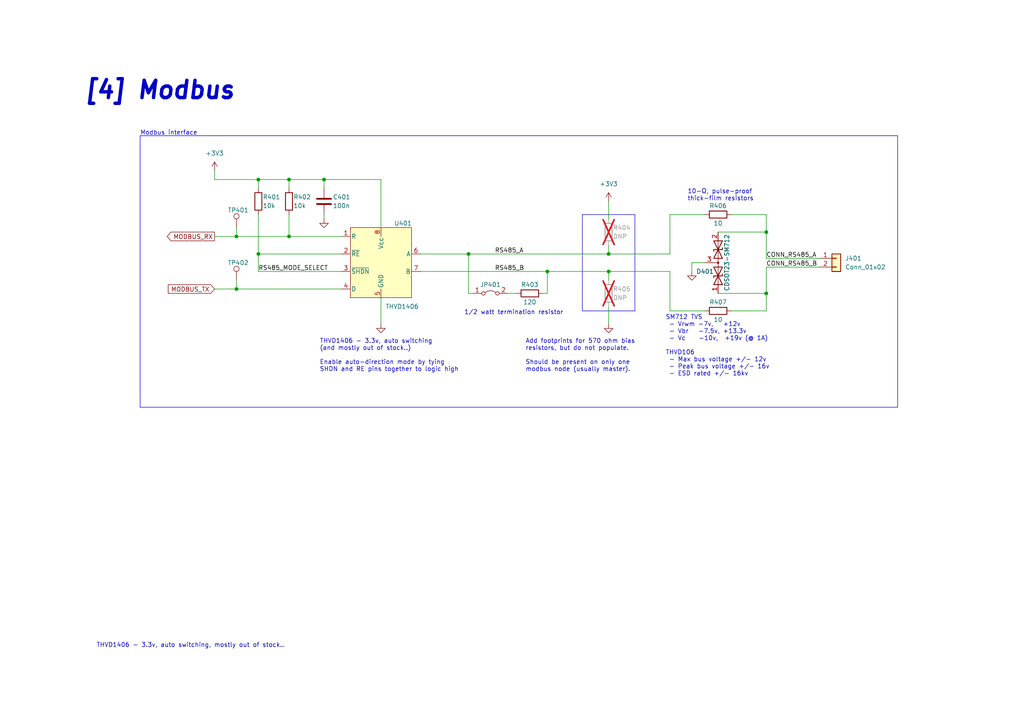
<source format=kicad_sch>
(kicad_sch (version 20230121) (generator eeschema)
  (paper "A4")
  (title_block (title "grblPANEL") (date "2022-12-12") (rev "0.1") (company "dresco"))
  (lib_symbols
    (symbol "Connector:TestPoint" (pin_numbers hide) (pin_names (offset 0.762) hide)
      (property "Reference" "TP" (at 0 6.858 0))
      (property "Value" "TestPoint" (at 0 5.08 0))
      (symbol "TestPoint_0_1"
        (circle (center 0 3.302) (radius 0.762))
      )
      (symbol "TestPoint_1_1"
        (pin passive line (at 0 0 90) (length 2.54) (name "1") (number "1"))
      )
    )
    (symbol "Connector_Generic:Conn_01x02" (pin_names (offset 1.016) hide)
      (property "Reference" "J" (at 0 2.54 0))
      (property "Value" "Conn_01x02" (at 0 -5.08 0))
      (symbol "Conn_01x02_1_1"
        (rectangle (start -1.27 -2.413) (end 0 -2.667) (stroke (width 0.1524)))
        (rectangle (start -1.27 0.127) (end 0 -0.127) (stroke (width 0.1524)))
        (rectangle (start -1.27 1.27) (end 1.27 -3.81) (stroke (width 0.254)) (fill (type background)))
        (pin passive line (at -5.08 0 0) (length 3.81) (name "Pin_1") (number "1"))
        (pin passive line (at -5.08 -2.54 0) (length 3.81) (name "Pin_2") (number "2"))
      )
    )
    (symbol "Device:C" (pin_numbers hide) (pin_names (offset 0.254))
      (property "Reference" "C" (at 0.635 2.54 0))
      (property "Value" "C" (at 0.635 -2.54 0))
      (symbol "C_0_1"
        (polyline (pts (xy -2.032 -0.762) (xy 2.032 -0.762)) (stroke (width 0.508)))
        (polyline (pts (xy -2.032 0.762) (xy 2.032 0.762)) (stroke (width 0.508)))
      )
      (symbol "C_1_1"
        (pin passive line (at 0 3.81 270) (length 2.794) (name "~") (number "1"))
        (pin passive line (at 0 -3.81 90) (length 2.794) (name "~") (number "2"))
      )
    )
    (symbol "Device:D_TVS_Dual_AAC" (pin_names (offset 1.016) hide)
      (property "Reference" "D" (at 0 4.445 0))
      (property "Value" "D_TVS_Dual_AAC" (at 0 2.54 0))
      (symbol "D_TVS_Dual_AAC_0_0"
        (polyline (pts (xy 0 -1.27) (xy 0 0)))
      )
      (symbol "D_TVS_Dual_AAC_0_1"
        (polyline (pts (xy -6.35 0) (xy 6.35 0)))
        (polyline (pts (xy -3.302 1.27) (xy -3.81 1.27) (xy -3.81 -1.27) (xy -4.318 -1.27)) (stroke (width 0.254)))
        (polyline (pts (xy 4.318 1.27) (xy 3.81 1.27) (xy 3.81 -1.27) (xy 3.302 -1.27)) (stroke (width 0.254)))
        (polyline (pts (xy -6.35 1.27) (xy -1.27 -1.27) (xy -1.27 1.27) (xy -6.35 -1.27) (xy -6.35 1.27)) (stroke (width 0.254)))
        (polyline (pts (xy 6.35 1.27) (xy 1.27 -1.27) (xy 1.27 1.27) (xy 6.35 -1.27) (xy 6.35 1.27)) (stroke (width 0.254)))
        (circle (center 0 0) (radius 0.254) (fill (type outline)))
      )
      (symbol "D_TVS_Dual_AAC_1_1"
        (pin passive line (at -8.89 0 0) (length 2.54) (name "A1") (number "1"))
        (pin passive line (at 8.89 0 180) (length 2.54) (name "A2") (number "2"))
        (pin input line (at 0 -3.81 90) (length 2.54) (name "common") (number "3"))
      )
    )
    (symbol "Device:R" (pin_numbers hide) (pin_names (offset 0))
      (property "Reference" "R" (at 2.032 0 90))
      (property "Value" "R" (at 0 0 90))
      (symbol "R_0_1"
        (rectangle (start -1.016 -2.54) (end 1.016 2.54) (stroke (width 0.254)))
      )
      (symbol "R_1_1"
        (pin passive line (at 0 3.81 270) (length 1.27) (name "~") (number "1"))
        (pin passive line (at 0 -3.81 90) (length 1.27) (name "~") (number "2"))
      )
    )
    (symbol "Jumper:Jumper_2_Bridged" (pin_names (offset 0) hide)
      (property "Reference" "JP" (at 0 1.905 0))
      (property "Value" "Jumper_2_Bridged" (at 0 -2.54 0))
      (symbol "Jumper_2_Bridged_0_0"
        (circle (center -2.032 0) (radius 0.508))
        (circle (center 2.032 0) (radius 0.508))
      )
      (symbol "Jumper_2_Bridged_0_1"
        (arc (start 1.524 0.254) (mid 0 0.762) (end -1.524 0.254))
      )
      (symbol "Jumper_2_Bridged_1_1"
        (pin passive line (at -5.08 0 0) (length 2.54) (name "A") (number "1"))
        (pin passive line (at 5.08 0 180) (length 2.54) (name "B") (number "2"))
      )
    )
    (symbol "dresco:THVD1406" (pin_names (offset 0.254))
      (property "Reference" "U" (at 7.62 11.43 0))
      (property "Value" "THVD1406" (at 6.35 -12.7 0))
      (symbol "THVD1406_0_1"
        (rectangle (start -8.89 10.16) (end 8.89 -10.16) (fill (type background)))
      )
      (symbol "THVD1406_1_1"
        (pin output line (at -11.43 7.62 0) (length 2.54) (name "R") (number "1"))
        (pin input line (at -11.43 2.54 0) (length 2.54) (name "~{RE}") (number "2"))
        (pin input line (at -11.43 -2.54 0) (length 2.54) (name "~{SHDN}") (number "3"))
        (pin input line (at -11.43 -7.62 0) (length 2.54) (name "D") (number "4"))
        (pin power_in line (at 0 -10.16 90) (length 2.54) (name "GND") (number "5"))
        (pin bidirectional line (at 11.43 2.54 180) (length 2.54) (name "A") (number "6"))
        (pin bidirectional line (at 11.43 -2.54 180) (length 2.54) (name "B") (number "7"))
        (pin power_in line (at 0 10.16 270) (length 2.54) (name "Vcc") (number "8"))
      )
    )
    (symbol "power:+3V3" (power) (pin_names (offset 0))
      (property "Value" "+3V3" (at 0 3.556 0))
      (symbol "+3V3_0_1"
        (polyline (pts (xy -0.762 1.27) (xy 0 2.54)))
        (polyline (pts (xy 0 0) (xy 0 2.54)))
        (polyline (pts (xy 0 2.54) (xy 0.762 1.27)))
      )
      (symbol "+3V3_1_1"
        (pin power_in line (at 0 0 90) (length 0) hide (name "+3V3") (number "1"))
      )
    )
    (symbol "power:GND" (power) (pin_names (offset 0))
      (property "Value" "GND" (at 0 -3.81 0))
      (symbol "GND_0_1"
        (polyline (pts (xy 0 0) (xy 0 -1.27) (xy 1.27 -1.27) (xy 0 -2.54) (xy -1.27 -1.27) (xy 0 -1.27)))
      )
      (symbol "GND_1_1"
        (pin power_in line (at 0 0 270) (length 0) hide (name "GND") (number "1"))
      )
    )
  )
  (junction (at 222.25 85.09))
  (junction (at 135.89 73.66))
  (junction (at 93.98 52.07))
  (junction (at 83.82 52.07))
  (junction (at 74.93 73.66))
  (junction (at 68.58 83.82))
  (junction (at 176.53 73.66))
  (junction (at 176.53 78.74))
  (junction (at 68.58 68.58))
  (junction (at 222.25 67.31))
  (junction (at 83.82 68.58))
  (junction (at 74.93 52.07))
  (junction (at 158.75 78.74))
  (wire (pts (xy 62.23 68.58) (xy 68.58 68.58)))
  (wire (pts (xy 222.25 90.17) (xy 212.09 90.17)))
  (polyline (pts (xy 260.35 39.37) (xy 260.35 118.11)))
  (wire (pts (xy 176.53 71.12) (xy 176.53 73.66)))
  (wire (pts (xy 222.25 74.93) (xy 222.25 67.31)))
  (wire (pts (xy 110.49 52.07) (xy 110.49 66.04)))
  (wire (pts (xy 222.25 62.23) (xy 212.09 62.23)))
  (wire (pts (xy 93.98 52.07) (xy 110.49 52.07)))
  (polyline (pts (xy 260.35 118.11) (xy 40.64 118.11)))
  (wire (pts (xy 93.98 54.61) (xy 93.98 52.07)))
  (wire (pts (xy 68.58 68.58) (xy 83.82 68.58)))
  (wire (pts (xy 74.93 73.66) (xy 99.06 73.66)))
  (wire (pts (xy 83.82 52.07) (xy 83.82 54.61)))
  (polyline (pts (xy 184.15 90.17) (xy 168.91 90.17)))
  (wire (pts (xy 74.93 73.66) (xy 74.93 78.74)))
  (wire (pts (xy 200.66 76.2) (xy 200.66 78.74)))
  (wire (pts (xy 93.98 62.23) (xy 93.98 63.5)))
  (wire (pts (xy 208.28 85.09) (xy 222.25 85.09)))
  (wire (pts (xy 222.25 77.47) (xy 222.25 85.09)))
  (wire (pts (xy 68.58 81.28) (xy 68.58 83.82)))
  (wire (pts (xy 74.93 78.74) (xy 99.06 78.74)))
  (wire (pts (xy 194.31 73.66) (xy 194.31 62.23)))
  (wire (pts (xy 204.47 90.17) (xy 194.31 90.17)))
  (wire (pts (xy 68.58 83.82) (xy 99.06 83.82)))
  (wire (pts (xy 222.25 77.47) (xy 237.49 77.47)))
  (wire (pts (xy 135.89 73.66) (xy 135.89 85.09)))
  (wire (pts (xy 74.93 62.23) (xy 74.93 73.66)))
  (wire (pts (xy 176.53 78.74) (xy 194.31 78.74)))
  (wire (pts (xy 135.89 85.09) (xy 137.16 85.09)))
  (wire (pts (xy 83.82 68.58) (xy 99.06 68.58)))
  (wire (pts (xy 74.93 52.07) (xy 83.82 52.07)))
  (wire (pts (xy 204.47 76.2) (xy 200.66 76.2)))
  (wire (pts (xy 83.82 52.07) (xy 93.98 52.07)))
  (wire (pts (xy 204.47 62.23) (xy 194.31 62.23)))
  (polyline (pts (xy 184.15 62.23) (xy 184.15 90.17)))
  (wire (pts (xy 157.48 85.09) (xy 158.75 85.09)))
  (wire (pts (xy 121.92 78.74) (xy 158.75 78.74)))
  (polyline (pts (xy 40.64 39.37) (xy 260.35 39.37)))
  (wire (pts (xy 121.92 73.66) (xy 135.89 73.66)))
  (wire (pts (xy 158.75 78.74) (xy 176.53 78.74)))
  (wire (pts (xy 176.53 73.66) (xy 194.31 73.66)))
  (wire (pts (xy 135.89 73.66) (xy 176.53 73.66)))
  (polyline (pts (xy 40.64 39.37) (xy 40.64 118.11)))
  (wire (pts (xy 176.53 88.9) (xy 176.53 93.98)))
  (wire (pts (xy 222.25 74.93) (xy 237.49 74.93)))
  (wire (pts (xy 147.32 85.09) (xy 149.86 85.09)))
  (wire (pts (xy 62.23 52.07) (xy 74.93 52.07)))
  (wire (pts (xy 62.23 83.82) (xy 68.58 83.82)))
  (wire (pts (xy 222.25 85.09) (xy 222.25 90.17)))
  (wire (pts (xy 194.31 90.17) (xy 194.31 78.74)))
  (wire (pts (xy 110.49 86.36) (xy 110.49 93.98)))
  (wire (pts (xy 176.53 58.42) (xy 176.53 63.5)))
  (wire (pts (xy 222.25 67.31) (xy 222.25 62.23)))
  (wire (pts (xy 158.75 85.09) (xy 158.75 78.74)))
  (wire (pts (xy 83.82 62.23) (xy 83.82 68.58)))
  (polyline (pts (xy 168.91 90.17) (xy 168.91 62.23)))
  (wire (pts (xy 68.58 66.04) (xy 68.58 68.58)))
  (polyline (pts (xy 168.91 62.23) (xy 184.15 62.23)))
  (wire (pts (xy 62.23 49.53) (xy 62.23 52.07)))
  (wire (pts (xy 208.28 67.31) (xy 222.25 67.31)))
  (wire (pts (xy 74.93 52.07) (xy 74.93 54.61)))
  (wire (pts (xy 176.53 78.74) (xy 176.53 81.28)))
  (text "THVD1406 - 3.3v, auto switching\n(and mostly out of stock..)\n\nEnable auto-direction mode by tying\nSHDN and RE pins together to logic high" (at 92.71 107.95 0) (effects (font (size 1.27 1.27)) (justify left bottom)))
  (text "[4] Modbus" (at 24.13 29.21 0) (effects (font (size 5 5) (thickness 1) bold italic) (justify left bottom)))
  (text "Modbus interface" (at 40.64 39.37 0) (effects (font (size 1.27 1.27)) (justify left bottom)))
  (text "THVD1406 - 3.3v, auto switching, mostly out of stock.." (at 27.94 187.96 0) (effects (font (size 1.27 1.27)) (justify left bottom)))
  (text "Add footprints for 570 ohm bias\nresistors, but do not populate.\n\nShould be present on only one\nmodbus node (usually master).\n" (at 152.4 107.95 0) (effects (font (size 1.27 1.27)) (justify left bottom)))
  (text "SM712 TVS\n - Vrwm -7v,   +12v\n - Vbr   -7.5v, +13.3v\n - Vc    -10v,  +19v (@ 1A)\n\nTHVD106\n - Max bus voltage +/- 12v\n - Peak bus voltage +/- 16v\n - ESD rated +/- 16kv" (at 193.04 109.22 0) (effects (font (size 1.27 1.27)) (justify left bottom)))
  (text "1/2 watt termination resistor" (at 134.62 91.44 0) (effects (font (size 1.27 1.27)) (justify left bottom)))
  (text "10-Ω, pulse-proof\nthick-film resistors" (at 199.39 58.42 0) (effects (font (size 1.27 1.27)) (justify left bottom)))
  (label "CONN_RS485_B" (at 222.25 77.47 0))
  (label "RS485_A" (at 143.51 73.66 0))
  (label "RS485_MODE_SELECT" (at 74.93 78.74 0))
  (label "CONN_RS485_A" (at 222.25 74.93 0))
  (label "RS485_B" (at 143.51 78.74 0))
  (global_label "MODBUS_RX" (shape output) (at 62.23 68.58 180) (property "Intersheetrefs" "${INTERSHEET_REFS}" (effects hide)))
  (global_label "MODBUS_TX" (shape input) (at 62.23 83.82 180) (property "Intersheetrefs" "${INTERSHEET_REFS}" (effects hide)))
  (symbol (lib_id "Device:C") (at 93.98 58.42 0) (unit 1)
    (property "Reference" "C401" (at 96.52 57.15 0) (effects (justify left)))
    (property "Value" "100n" (at 96.52 59.69 0) (effects (justify left)))
    (property "Footprint" "Capacitor_SMD:C_0603_1608Metric" (effects hide))
  )
  (symbol (lib_id "Connector_Generic:Conn_01x02") (at 242.57 74.93 0) (unit 1)
    (property "Reference" "J401" (at 245.11 74.9299 0) (effects (justify left)))
    (property "Value" "Conn_01x02" (at 245.11 77.4699 0) (effects (justify left)))
    (property "Footprint" "TerminalBlock_Phoenix:TerminalBlock_Phoenix_PT-1,5-2-3.5-H_1x02_P3.50mm_Horizontal" (effects hide))
  )
  (symbol (lib_id "power:GND") (at 110.49 93.98 0) (unit 1)
    (property "Reference" "#PWR0403" (effects hide))
    (property "Value" "GND" (effects hide))
  )
  (symbol (lib_id "Device:R") (at 176.53 67.31 0) (unit 1) (dnp yes)
    (property "Reference" "R404" (at 177.8 66.04 0) (effects (justify left)))
    (property "Value" "DNP" (at 177.8 68.58 0) (effects (justify left)))
    (property "Footprint" "Resistor_SMD:R_0603_1608Metric" (effects hide))
  )
  (symbol (lib_id "Device:R") (at 208.28 90.17 90) (unit 1)
    (property "Reference" "R407" (at 208.28 87.63 90))
    (property "Value" "10" (at 208.28 92.71 90))
    (property "Footprint" "Resistor_SMD:R_1206_3216Metric" (effects hide))
  )
  (symbol (lib_id "Device:R") (at 74.93 58.42 0) (unit 1)
    (property "Reference" "R401" (at 76.2 57.15 0) (effects (justify left)))
    (property "Value" "10k" (at 76.2 59.69 0) (effects (justify left)))
    (property "Footprint" "Resistor_SMD:R_0603_1608Metric" (effects hide))
  )
  (symbol (lib_id "power:GND") (at 93.98 63.5 0) (unit 1)
    (property "Reference" "#PWR0402" (effects hide))
    (property "Value" "GND" (effects hide))
  )
  (symbol (lib_id "dresco:THVD1406") (at 110.49 76.2 0) (unit 1)
    (property "Reference" "U401" (at 114.3 64.77 0) (effects (justify left)))
    (property "Value" "THVD1406" (at 111.76 88.9 0) (effects (justify left)))
    (property "Footprint" "Package_SO:SOIC-8_3.9x4.9mm_P1.27mm" (effects hide))
  )
  (symbol (lib_id "Device:R") (at 153.67 85.09 90) (unit 1)
    (property "Reference" "R403" (at 153.67 82.55 90))
    (property "Value" "120" (at 153.67 87.63 90))
    (property "Footprint" "Resistor_SMD:R_0603_1608Metric" (effects hide))
  )
  (symbol (lib_id "Device:R") (at 176.53 85.09 0) (unit 1) (dnp yes)
    (property "Reference" "R405" (at 177.8 83.82 0) (effects (justify left)))
    (property "Value" "DNP" (at 177.8 86.36 0) (effects (justify left)))
    (property "Footprint" "Resistor_SMD:R_0603_1608Metric" (effects hide))
  )
  (symbol (lib_id "power:GND") (at 176.53 93.98 0) (unit 1)
    (property "Reference" "#PWR0405" (effects hide))
    (property "Value" "GND" (effects hide))
  )
  (symbol (lib_id "power:+3V3") (at 62.23 49.53 0) (unit 1)
    (property "Reference" "#PWR0401" (effects hide))
    (property "Value" "+3V3" (at 62.23 44.45 0))
  )
  (symbol (lib_id "Device:R") (at 208.28 62.23 90) (unit 1)
    (property "Reference" "R406" (at 208.28 59.69 90))
    (property "Value" "10" (at 208.28 64.77 90))
    (property "Footprint" "Resistor_SMD:R_1206_3216Metric" (effects hide))
  )
  (symbol (lib_id "Connector:TestPoint") (at 68.58 81.28 0) (unit 1)
    (property "Reference" "TP402" (at 66.04 76.2 0) (effects (justify left)))
    (property "Value" "TestPoint" (effects hide))
    (property "Footprint" "TestPoint:TestPoint_THTPad_D2.0mm_Drill1.0mm" (effects hide))
  )
  (symbol (lib_id "Connector:TestPoint") (at 68.58 66.04 0) (unit 1)
    (property "Reference" "TP401" (at 66.04 60.96 0) (effects (justify left)))
    (property "Value" "TestPoint" (effects hide))
    (property "Footprint" "TestPoint:TestPoint_THTPad_D2.0mm_Drill1.0mm" (effects hide))
  )
  (symbol (lib_id "Device:D_TVS_Dual_AAC") (at 208.28 76.2 270) (mirror x) (unit 1)
    (property "Reference" "D401" (at 201.93 78.74 90) (effects (justify left)))
    (property "Value" "CDSOT23-SM712" (at 210.82 84.455 0) (effects (justify left)))
    (property "Footprint" "Package_TO_SOT_SMD:SOT-23" (effects hide))
  )
  (symbol (lib_id "Device:R") (at 83.82 58.42 0) (unit 1)
    (property "Reference" "R402" (at 85.09 57.15 0) (effects (justify left)))
    (property "Value" "10k" (at 85.09 59.69 0) (effects (justify left)))
    (property "Footprint" "Resistor_SMD:R_0603_1608Metric" (effects hide))
  )
  (symbol (lib_id "Jumper:Jumper_2_Bridged") (at 142.24 85.09 0) (unit 1)
    (property "Reference" "JP401" (at 142.24 82.55 0))
    (property "Value" "Jumper_2_Bridged" (effects hide))
    (property "Footprint" "Connector_PinHeader_2.54mm:PinHeader_1x02_P2.54mm_Vertical" (effects hide))
  )
  (symbol (lib_id "power:+3V3") (at 176.53 58.42 0) (unit 1)
    (property "Reference" "#PWR0404" (effects hide))
    (property "Value" "+3V3" (at 176.53 53.34 0))
  )
  (symbol (lib_id "power:GND") (at 200.66 78.74 0) (unit 1)
    (property "Reference" "#PWR0406" (effects hide))
    (property "Value" "GND" (effects hide))
  )
)
</source>
